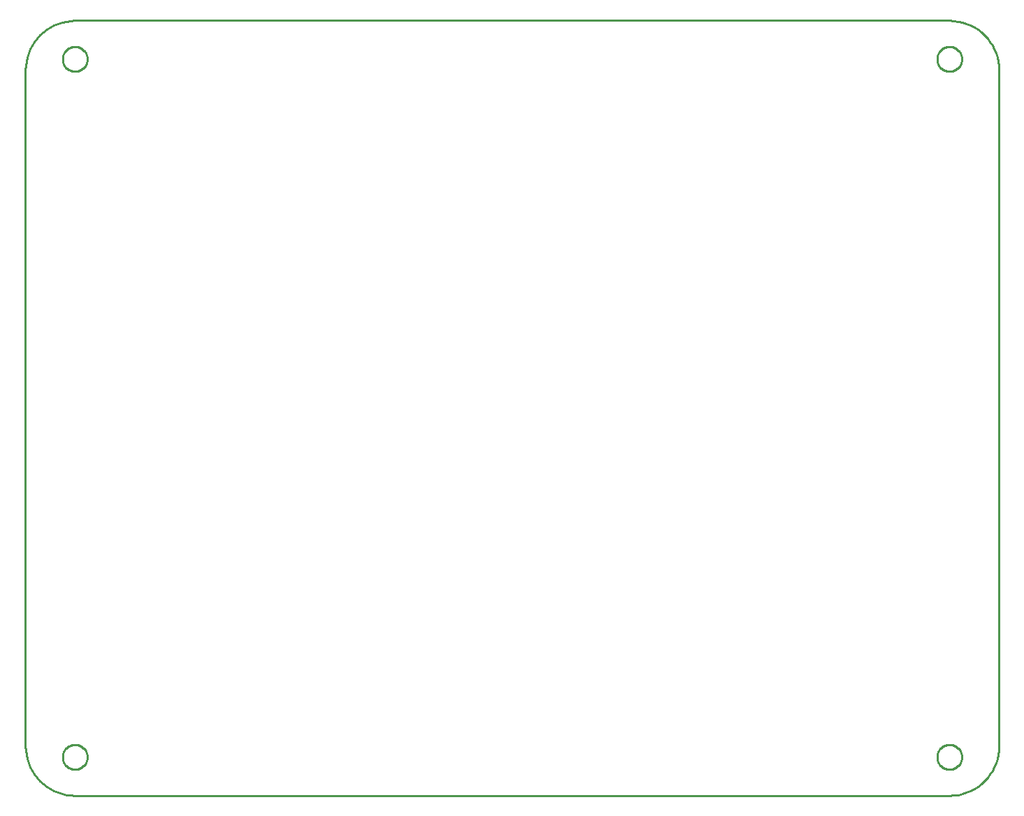
<source format=gbr>
G04 EAGLE Gerber RS-274X export*
G75*
%MOMM*%
%FSLAX34Y34*%
%LPD*%
%IN*%
%IPPOS*%
%AMOC8*
5,1,8,0,0,1.08239X$1,22.5*%
G01*
%ADD10C,0.254000*%


D10*
X0Y60000D02*
X228Y54771D01*
X912Y49581D01*
X2044Y44471D01*
X3618Y39479D01*
X5622Y34643D01*
X8038Y30000D01*
X10851Y25585D01*
X14037Y21433D01*
X17574Y17574D01*
X21433Y14037D01*
X25585Y10851D01*
X30000Y8038D01*
X34643Y5622D01*
X39479Y3618D01*
X44471Y2044D01*
X49581Y912D01*
X54771Y228D01*
X60000Y0D01*
X1120000Y0D01*
X1125229Y228D01*
X1130419Y912D01*
X1135529Y2044D01*
X1140521Y3618D01*
X1145357Y5622D01*
X1150000Y8038D01*
X1154415Y10851D01*
X1158567Y14037D01*
X1162426Y17574D01*
X1165963Y21433D01*
X1169149Y25585D01*
X1171962Y30000D01*
X1174378Y34643D01*
X1176382Y39479D01*
X1177956Y44471D01*
X1179088Y49581D01*
X1179772Y54771D01*
X1180000Y60000D01*
X1180000Y880000D01*
X1179772Y885229D01*
X1179088Y890419D01*
X1177956Y895529D01*
X1176382Y900521D01*
X1174378Y905357D01*
X1171962Y910000D01*
X1169149Y914415D01*
X1165963Y918567D01*
X1162426Y922426D01*
X1158567Y925963D01*
X1154415Y929149D01*
X1150000Y931962D01*
X1145357Y934378D01*
X1140521Y936382D01*
X1135529Y937956D01*
X1130419Y939088D01*
X1125229Y939772D01*
X1120000Y940000D01*
X60000Y940000D01*
X54771Y939772D01*
X49581Y939088D01*
X44471Y937956D01*
X39479Y936382D01*
X34643Y934378D01*
X30000Y931962D01*
X25585Y929149D01*
X21433Y925963D01*
X17574Y922426D01*
X14037Y918567D01*
X10851Y914415D01*
X8038Y910000D01*
X5622Y905357D01*
X3618Y900521D01*
X2044Y895529D01*
X912Y890419D01*
X228Y885229D01*
X0Y880000D01*
X0Y60000D01*
X1135000Y46164D02*
X1135000Y47236D01*
X1134924Y48304D01*
X1134771Y49365D01*
X1134543Y50412D01*
X1134241Y51440D01*
X1133867Y52444D01*
X1133422Y53419D01*
X1132908Y54359D01*
X1132329Y55260D01*
X1131687Y56118D01*
X1130985Y56928D01*
X1130228Y57685D01*
X1129418Y58387D01*
X1128560Y59029D01*
X1127659Y59608D01*
X1126719Y60122D01*
X1125744Y60567D01*
X1124740Y60941D01*
X1123712Y61243D01*
X1122665Y61471D01*
X1121604Y61624D01*
X1120536Y61700D01*
X1119464Y61700D01*
X1118396Y61624D01*
X1117335Y61471D01*
X1116288Y61243D01*
X1115260Y60941D01*
X1114256Y60567D01*
X1113281Y60122D01*
X1112341Y59608D01*
X1111440Y59029D01*
X1110582Y58387D01*
X1109772Y57685D01*
X1109015Y56928D01*
X1108313Y56118D01*
X1107671Y55260D01*
X1107092Y54359D01*
X1106578Y53419D01*
X1106133Y52444D01*
X1105759Y51440D01*
X1105457Y50412D01*
X1105229Y49365D01*
X1105076Y48304D01*
X1105000Y47236D01*
X1105000Y46164D01*
X1105076Y45096D01*
X1105229Y44035D01*
X1105457Y42988D01*
X1105759Y41960D01*
X1106133Y40956D01*
X1106578Y39981D01*
X1107092Y39041D01*
X1107671Y38140D01*
X1108313Y37282D01*
X1109015Y36472D01*
X1109772Y35715D01*
X1110582Y35013D01*
X1111440Y34371D01*
X1112341Y33792D01*
X1113281Y33278D01*
X1114256Y32833D01*
X1115260Y32459D01*
X1116288Y32157D01*
X1117335Y31929D01*
X1118396Y31776D01*
X1119464Y31700D01*
X1120536Y31700D01*
X1121604Y31776D01*
X1122665Y31929D01*
X1123712Y32157D01*
X1124740Y32459D01*
X1125744Y32833D01*
X1126719Y33278D01*
X1127659Y33792D01*
X1128560Y34371D01*
X1129418Y35013D01*
X1130228Y35715D01*
X1130985Y36472D01*
X1131687Y37282D01*
X1132329Y38140D01*
X1132908Y39041D01*
X1133422Y39981D01*
X1133867Y40956D01*
X1134241Y41960D01*
X1134543Y42988D01*
X1134771Y44035D01*
X1134924Y45096D01*
X1135000Y46164D01*
X1135000Y892764D02*
X1135000Y893836D01*
X1134924Y894904D01*
X1134771Y895965D01*
X1134543Y897012D01*
X1134241Y898040D01*
X1133867Y899044D01*
X1133422Y900019D01*
X1132908Y900959D01*
X1132329Y901860D01*
X1131687Y902718D01*
X1130985Y903528D01*
X1130228Y904285D01*
X1129418Y904987D01*
X1128560Y905629D01*
X1127659Y906208D01*
X1126719Y906722D01*
X1125744Y907167D01*
X1124740Y907541D01*
X1123712Y907843D01*
X1122665Y908071D01*
X1121604Y908224D01*
X1120536Y908300D01*
X1119464Y908300D01*
X1118396Y908224D01*
X1117335Y908071D01*
X1116288Y907843D01*
X1115260Y907541D01*
X1114256Y907167D01*
X1113281Y906722D01*
X1112341Y906208D01*
X1111440Y905629D01*
X1110582Y904987D01*
X1109772Y904285D01*
X1109015Y903528D01*
X1108313Y902718D01*
X1107671Y901860D01*
X1107092Y900959D01*
X1106578Y900019D01*
X1106133Y899044D01*
X1105759Y898040D01*
X1105457Y897012D01*
X1105229Y895965D01*
X1105076Y894904D01*
X1105000Y893836D01*
X1105000Y892764D01*
X1105076Y891696D01*
X1105229Y890635D01*
X1105457Y889588D01*
X1105759Y888560D01*
X1106133Y887556D01*
X1106578Y886581D01*
X1107092Y885641D01*
X1107671Y884740D01*
X1108313Y883882D01*
X1109015Y883072D01*
X1109772Y882315D01*
X1110582Y881613D01*
X1111440Y880971D01*
X1112341Y880392D01*
X1113281Y879878D01*
X1114256Y879433D01*
X1115260Y879059D01*
X1116288Y878757D01*
X1117335Y878529D01*
X1118396Y878376D01*
X1119464Y878300D01*
X1120536Y878300D01*
X1121604Y878376D01*
X1122665Y878529D01*
X1123712Y878757D01*
X1124740Y879059D01*
X1125744Y879433D01*
X1126719Y879878D01*
X1127659Y880392D01*
X1128560Y880971D01*
X1129418Y881613D01*
X1130228Y882315D01*
X1130985Y883072D01*
X1131687Y883882D01*
X1132329Y884740D01*
X1132908Y885641D01*
X1133422Y886581D01*
X1133867Y887556D01*
X1134241Y888560D01*
X1134543Y889588D01*
X1134771Y890635D01*
X1134924Y891696D01*
X1135000Y892764D01*
X75000Y892764D02*
X75000Y893836D01*
X74924Y894904D01*
X74771Y895965D01*
X74543Y897012D01*
X74241Y898040D01*
X73867Y899044D01*
X73422Y900019D01*
X72908Y900959D01*
X72329Y901860D01*
X71687Y902718D01*
X70985Y903528D01*
X70228Y904285D01*
X69418Y904987D01*
X68560Y905629D01*
X67659Y906208D01*
X66719Y906722D01*
X65744Y907167D01*
X64740Y907541D01*
X63712Y907843D01*
X62665Y908071D01*
X61604Y908224D01*
X60536Y908300D01*
X59464Y908300D01*
X58396Y908224D01*
X57335Y908071D01*
X56288Y907843D01*
X55260Y907541D01*
X54256Y907167D01*
X53281Y906722D01*
X52341Y906208D01*
X51440Y905629D01*
X50582Y904987D01*
X49772Y904285D01*
X49015Y903528D01*
X48313Y902718D01*
X47671Y901860D01*
X47092Y900959D01*
X46578Y900019D01*
X46133Y899044D01*
X45759Y898040D01*
X45457Y897012D01*
X45229Y895965D01*
X45076Y894904D01*
X45000Y893836D01*
X45000Y892764D01*
X45076Y891696D01*
X45229Y890635D01*
X45457Y889588D01*
X45759Y888560D01*
X46133Y887556D01*
X46578Y886581D01*
X47092Y885641D01*
X47671Y884740D01*
X48313Y883882D01*
X49015Y883072D01*
X49772Y882315D01*
X50582Y881613D01*
X51440Y880971D01*
X52341Y880392D01*
X53281Y879878D01*
X54256Y879433D01*
X55260Y879059D01*
X56288Y878757D01*
X57335Y878529D01*
X58396Y878376D01*
X59464Y878300D01*
X60536Y878300D01*
X61604Y878376D01*
X62665Y878529D01*
X63712Y878757D01*
X64740Y879059D01*
X65744Y879433D01*
X66719Y879878D01*
X67659Y880392D01*
X68560Y880971D01*
X69418Y881613D01*
X70228Y882315D01*
X70985Y883072D01*
X71687Y883882D01*
X72329Y884740D01*
X72908Y885641D01*
X73422Y886581D01*
X73867Y887556D01*
X74241Y888560D01*
X74543Y889588D01*
X74771Y890635D01*
X74924Y891696D01*
X75000Y892764D01*
X75000Y46164D02*
X75000Y47236D01*
X74924Y48304D01*
X74771Y49365D01*
X74543Y50412D01*
X74241Y51440D01*
X73867Y52444D01*
X73422Y53419D01*
X72908Y54359D01*
X72329Y55260D01*
X71687Y56118D01*
X70985Y56928D01*
X70228Y57685D01*
X69418Y58387D01*
X68560Y59029D01*
X67659Y59608D01*
X66719Y60122D01*
X65744Y60567D01*
X64740Y60941D01*
X63712Y61243D01*
X62665Y61471D01*
X61604Y61624D01*
X60536Y61700D01*
X59464Y61700D01*
X58396Y61624D01*
X57335Y61471D01*
X56288Y61243D01*
X55260Y60941D01*
X54256Y60567D01*
X53281Y60122D01*
X52341Y59608D01*
X51440Y59029D01*
X50582Y58387D01*
X49772Y57685D01*
X49015Y56928D01*
X48313Y56118D01*
X47671Y55260D01*
X47092Y54359D01*
X46578Y53419D01*
X46133Y52444D01*
X45759Y51440D01*
X45457Y50412D01*
X45229Y49365D01*
X45076Y48304D01*
X45000Y47236D01*
X45000Y46164D01*
X45076Y45096D01*
X45229Y44035D01*
X45457Y42988D01*
X45759Y41960D01*
X46133Y40956D01*
X46578Y39981D01*
X47092Y39041D01*
X47671Y38140D01*
X48313Y37282D01*
X49015Y36472D01*
X49772Y35715D01*
X50582Y35013D01*
X51440Y34371D01*
X52341Y33792D01*
X53281Y33278D01*
X54256Y32833D01*
X55260Y32459D01*
X56288Y32157D01*
X57335Y31929D01*
X58396Y31776D01*
X59464Y31700D01*
X60536Y31700D01*
X61604Y31776D01*
X62665Y31929D01*
X63712Y32157D01*
X64740Y32459D01*
X65744Y32833D01*
X66719Y33278D01*
X67659Y33792D01*
X68560Y34371D01*
X69418Y35013D01*
X70228Y35715D01*
X70985Y36472D01*
X71687Y37282D01*
X72329Y38140D01*
X72908Y39041D01*
X73422Y39981D01*
X73867Y40956D01*
X74241Y41960D01*
X74543Y42988D01*
X74771Y44035D01*
X74924Y45096D01*
X75000Y46164D01*
M02*

</source>
